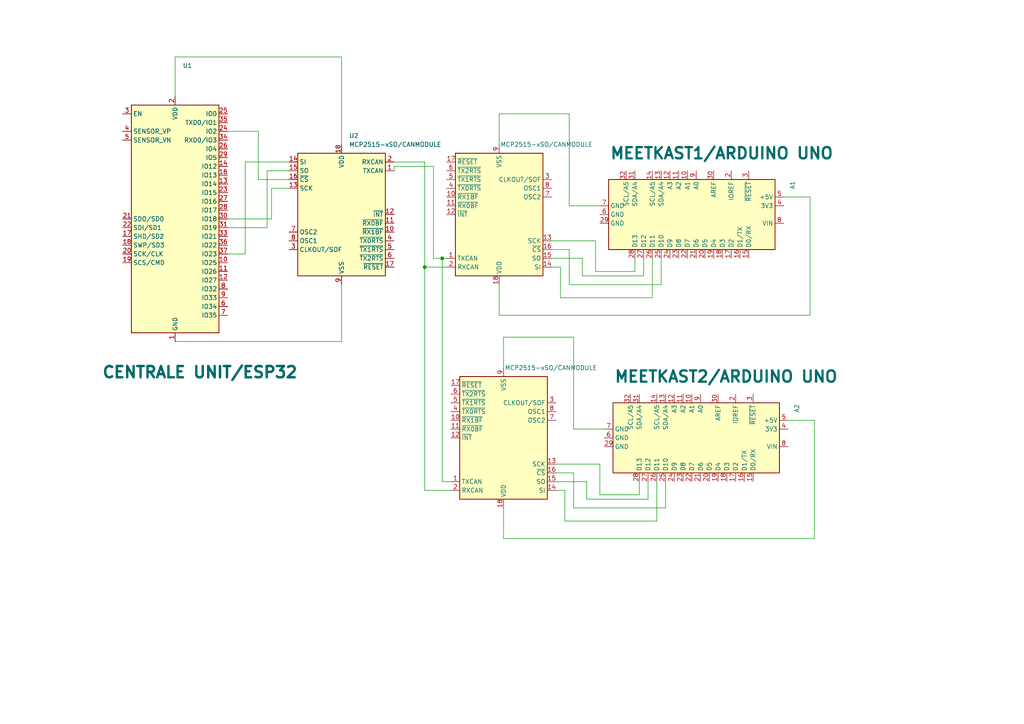
<source format=kicad_sch>
(kicad_sch (version 20230121) (generator eeschema)
  (paper "A4")
  (lib_symbols
    (symbol "Interface_CAN_LIN:MCP2515-xSO"
      (property "Reference" "U" (at -10.16 19.685 0))
      (property "Value" "MCP2515-xSO" (at 19.05 20.32 0))
      (symbol "MCP2515-xSO_0_1"
        (rectangle (start -12.7 17.78) (end 12.7 -17.78) (stroke (width 0.254)) (fill (type background)))
      )
      (symbol "MCP2515-xSO_1_1"
        (pin output line (at 15.24 12.7 180) (length 2.54) (name "TXCAN") (number "1"))
        (pin output line (at 15.24 -5.08 180) (length 2.54) (name "~{RX1BF}") (number "10"))
        (pin output line (at 15.24 -2.54 180) (length 2.54) (name "~{RX0BF}") (number "11"))
        (pin output line (at 15.24 0 180) (length 2.54) (name "~{INT}") (number "12"))
        (pin input line (at -15.24 7.62 0) (length 2.54) (name "SCK") (number "13"))
        (pin input line (at -15.24 15.24 0) (length 2.54) (name "SI") (number "14"))
        (pin output line (at -15.24 12.7 0) (length 2.54) (name "SO") (number "15"))
        (pin input line (at -15.24 10.16 0) (length 2.54) (name "~{CS}") (number "16"))
        (pin input line (at 15.24 -15.24 180) (length 2.54) (name "~{RESET}") (number "17"))
        (pin power_in line (at 0 20.32 270) (length 2.54) (name "VDD") (number "18"))
        (pin input line (at 15.24 15.24 180) (length 2.54) (name "RXCAN") (number "2"))
        (pin output line (at -15.24 -10.16 0) (length 2.54) (name "CLKOUT/SOF") (number "3"))
        (pin input line (at 15.24 -7.62 180) (length 2.54) (name "~{TX0RTS}") (number "4"))
        (pin input line (at 15.24 -10.16 180) (length 2.54) (name "~{TX1RTS}") (number "5"))
        (pin input line (at 15.24 -12.7 180) (length 2.54) (name "~{TX2RTS}") (number "6"))
        (pin output line (at -15.24 -5.08 0) (length 2.54) (name "OSC2") (number "7"))
        (pin input line (at -15.24 -7.62 0) (length 2.54) (name "OSC1") (number "8"))
        (pin power_in line (at 0 -20.32 90) (length 2.54) (name "VSS") (number "9"))
      )
    )
    (symbol "MCU_Module:Arduino_UNO_R3"
      (property "Reference" "A" (at -10.16 23.495 0))
      (property "Value" "Arduino_UNO_R3" (at 5.08 -26.67 0))
      (symbol "Arduino_UNO_R3_0_1"
        (rectangle (start -10.16 22.86) (end 10.16 -25.4) (stroke (width 0.254)) (fill (type background)))
      )
      (symbol "Arduino_UNO_R3_1_1"
        (pin no_connect line (at -10.16 -20.32 0) (length 2.54) hide (name "NC") (number "1"))
        (pin bidirectional line (at 12.7 -2.54 180) (length 2.54) (name "A1") (number "10"))
        (pin bidirectional line (at 12.7 -5.08 180) (length 2.54) (name "A2") (number "11"))
        (pin bidirectional line (at 12.7 -7.62 180) (length 2.54) (name "A3") (number "12"))
        (pin bidirectional line (at 12.7 -10.16 180) (length 2.54) (name "SDA/A4") (number "13"))
        (pin bidirectional line (at 12.7 -12.7 180) (length 2.54) (name "SCL/A5") (number "14"))
        (pin bidirectional line (at -12.7 15.24 0) (length 2.54) (name "D0/RX") (number "15"))
        (pin bidirectional line (at -12.7 12.7 0) (length 2.54) (name "D1/TX") (number "16"))
        (pin bidirectional line (at -12.7 10.16 0) (length 2.54) (name "D2") (number "17"))
        (pin bidirectional line (at -12.7 7.62 0) (length 2.54) (name "D3") (number "18"))
        (pin bidirectional line (at -12.7 5.08 0) (length 2.54) (name "D4") (number "19"))
        (pin output line (at 12.7 10.16 180) (length 2.54) (name "IOREF") (number "2"))
        (pin bidirectional line (at -12.7 2.54 0) (length 2.54) (name "D5") (number "20"))
        (pin bidirectional line (at -12.7 0 0) (length 2.54) (name "D6") (number "21"))
        (pin bidirectional line (at -12.7 -2.54 0) (length 2.54) (name "D7") (number "22"))
        (pin bidirectional line (at -12.7 -5.08 0) (length 2.54) (name "D8") (number "23"))
        (pin bidirectional line (at -12.7 -7.62 0) (length 2.54) (name "D9") (number "24"))
        (pin bidirectional line (at -12.7 -10.16 0) (length 2.54) (name "D10") (number "25"))
        (pin bidirectional line (at -12.7 -12.7 0) (length 2.54) (name "D11") (number "26"))
        (pin bidirectional line (at -12.7 -15.24 0) (length 2.54) (name "D12") (number "27"))
        (pin bidirectional line (at -12.7 -17.78 0) (length 2.54) (name "D13") (number "28"))
        (pin power_in line (at -2.54 -27.94 90) (length 2.54) (name "GND") (number "29"))
        (pin input line (at 12.7 15.24 180) (length 2.54) (name "~{RESET}") (number "3"))
        (pin input line (at 12.7 5.08 180) (length 2.54) (name "AREF") (number "30"))
        (pin bidirectional line (at 12.7 -17.78 180) (length 2.54) (name "SDA/A4") (number "31"))
        (pin bidirectional line (at 12.7 -20.32 180) (length 2.54) (name "SCL/A5") (number "32"))
        (pin power_out line (at 2.54 25.4 270) (length 2.54) (name "3V3") (number "4"))
        (pin power_out line (at 5.08 25.4 270) (length 2.54) (name "+5V") (number "5"))
        (pin power_in line (at 0 -27.94 90) (length 2.54) (name "GND") (number "6"))
        (pin power_in line (at 2.54 -27.94 90) (length 2.54) (name "GND") (number "7"))
        (pin power_in line (at -2.54 25.4 270) (length 2.54) (name "VIN") (number "8"))
        (pin bidirectional line (at 12.7 0 180) (length 2.54) (name "A0") (number "9"))
      )
    )
    (symbol "RF_Module:ESP32-WROOM-32"
      (property "Reference" "U" (at -12.7 34.29 0))
      (property "Value" "ESP32-WROOM-32" (at 1.27 34.29 0))
      (symbol "ESP32-WROOM-32_0_1"
        (rectangle (start -12.7 33.02) (end 12.7 -33.02) (stroke (width 0.254)) (fill (type background)))
      )
      (symbol "ESP32-WROOM-32_1_1"
        (pin power_in line (at 0 -35.56 90) (length 2.54) (name "GND") (number "1"))
        (pin bidirectional line (at 15.24 -12.7 180) (length 2.54) (name "IO25") (number "10"))
        (pin bidirectional line (at 15.24 -15.24 180) (length 2.54) (name "IO26") (number "11"))
        (pin bidirectional line (at 15.24 -17.78 180) (length 2.54) (name "IO27") (number "12"))
        (pin bidirectional line (at 15.24 10.16 180) (length 2.54) (name "IO14") (number "13"))
        (pin bidirectional line (at 15.24 15.24 180) (length 2.54) (name "IO12") (number "14"))
        (pin passive line (at 0 -35.56 90) (length 2.54) hide (name "GND") (number "15"))
        (pin bidirectional line (at 15.24 12.7 180) (length 2.54) (name "IO13") (number "16"))
        (pin bidirectional line (at -15.24 -5.08 0) (length 2.54) (name "SHD/SD2") (number "17"))
        (pin bidirectional line (at -15.24 -7.62 0) (length 2.54) (name "SWP/SD3") (number "18"))
        (pin bidirectional line (at -15.24 -12.7 0) (length 2.54) (name "SCS/CMD") (number "19"))
        (pin power_in line (at 0 35.56 270) (length 2.54) (name "VDD") (number "2"))
        (pin bidirectional line (at -15.24 -10.16 0) (length 2.54) (name "SCK/CLK") (number "20"))
        (pin bidirectional line (at -15.24 0 0) (length 2.54) (name "SDO/SD0") (number "21"))
        (pin bidirectional line (at -15.24 -2.54 0) (length 2.54) (name "SDI/SD1") (number "22"))
        (pin bidirectional line (at 15.24 7.62 180) (length 2.54) (name "IO15") (number "23"))
        (pin bidirectional line (at 15.24 25.4 180) (length 2.54) (name "IO2") (number "24"))
        (pin bidirectional line (at 15.24 30.48 180) (length 2.54) (name "IO0") (number "25"))
        (pin bidirectional line (at 15.24 20.32 180) (length 2.54) (name "IO4") (number "26"))
        (pin bidirectional line (at 15.24 5.08 180) (length 2.54) (name "IO16") (number "27"))
        (pin bidirectional line (at 15.24 2.54 180) (length 2.54) (name "IO17") (number "28"))
        (pin bidirectional line (at 15.24 17.78 180) (length 2.54) (name "IO5") (number "29"))
        (pin input line (at -15.24 30.48 0) (length 2.54) (name "EN") (number "3"))
        (pin bidirectional line (at 15.24 0 180) (length 2.54) (name "IO18") (number "30"))
        (pin bidirectional line (at 15.24 -2.54 180) (length 2.54) (name "IO19") (number "31"))
        (pin no_connect line (at -12.7 -27.94 0) (length 2.54) hide (name "NC") (number "32"))
        (pin bidirectional line (at 15.24 -5.08 180) (length 2.54) (name "IO21") (number "33"))
        (pin bidirectional line (at 15.24 22.86 180) (length 2.54) (name "RXD0/IO3") (number "34"))
        (pin bidirectional line (at 15.24 27.94 180) (length 2.54) (name "TXD0/IO1") (number "35"))
        (pin bidirectional line (at 15.24 -7.62 180) (length 2.54) (name "IO22") (number "36"))
        (pin bidirectional line (at 15.24 -10.16 180) (length 2.54) (name "IO23") (number "37"))
        (pin passive line (at 0 -35.56 90) (length 2.54) hide (name "GND") (number "38"))
        (pin passive line (at 0 -35.56 90) (length 2.54) hide (name "GND") (number "39"))
        (pin input line (at -15.24 25.4 0) (length 2.54) (name "SENSOR_VP") (number "4"))
        (pin input line (at -15.24 22.86 0) (length 2.54) (name "SENSOR_VN") (number "5"))
        (pin input line (at 15.24 -25.4 180) (length 2.54) (name "IO34") (number "6"))
        (pin input line (at 15.24 -27.94 180) (length 2.54) (name "IO35") (number "7"))
        (pin bidirectional line (at 15.24 -20.32 180) (length 2.54) (name "IO32") (number "8"))
        (pin bidirectional line (at 15.24 -22.86 180) (length 2.54) (name "IO33") (number "9"))
      )
    )
  )
  (junction (at 123.19 77.47))
  (junction (at 128.27 74.93))
  (wire (pts (xy 172.72 69.85) (xy 172.72 78.74)))
  (wire (pts (xy 234.95 91.44) (xy 234.95 57.15)))
  (wire (pts (xy 128.27 74.93) (xy 129.54 74.93)))
  (wire (pts (xy 172.72 78.74) (xy 184.15 78.74)))
  (wire (pts (xy 78.74 54.61) (xy 83.82 54.61)))
  (wire (pts (xy 50.8 99.06) (xy 99.06 99.06)))
  (wire (pts (xy 71.12 73.66) (xy 71.12 46.99)))
  (wire (pts (xy 165.1 82.55) (xy 191.77 82.55)))
  (wire (pts (xy 163.83 151.13) (xy 190.5 151.13)))
  (wire (pts (xy 74.93 38.1) (xy 74.93 52.07)))
  (wire (pts (xy 99.06 16.51) (xy 99.06 41.91)))
  (wire (pts (xy 161.29 134.62) (xy 173.99 134.62)))
  (wire (pts (xy 74.93 52.07) (xy 83.82 52.07)))
  (wire (pts (xy 125.73 74.93) (xy 125.73 48.26)))
  (wire (pts (xy 50.8 16.51) (xy 99.06 16.51)))
  (wire (pts (xy 146.05 97.79) (xy 166.37 97.79)))
  (wire (pts (xy 234.95 57.15) (xy 227.33 57.15)))
  (wire (pts (xy 173.99 143.51) (xy 185.42 143.51)))
  (wire (pts (xy 170.18 144.78) (xy 187.96 144.78)))
  (wire (pts (xy 161.29 139.7) (xy 170.18 139.7)))
  (wire (pts (xy 187.96 144.78) (xy 187.96 139.7)))
  (wire (pts (xy 144.78 91.44) (xy 234.95 91.44)))
  (wire (pts (xy 184.15 78.74) (xy 184.15 74.93)))
  (wire (pts (xy 166.37 137.16) (xy 166.37 147.32)))
  (wire (pts (xy 168.91 74.93) (xy 168.91 80.01)))
  (wire (pts (xy 162.56 77.47) (xy 162.56 86.36)))
  (wire (pts (xy 66.04 63.5) (xy 78.74 63.5)))
  (wire (pts (xy 125.73 74.93) (xy 128.27 74.93)))
  (wire (pts (xy 236.22 156.21) (xy 236.22 121.92)))
  (wire (pts (xy 130.81 139.7) (xy 128.27 139.7)))
  (wire (pts (xy 236.22 121.92) (xy 228.6 121.92)))
  (wire (pts (xy 191.77 74.93) (xy 191.77 82.55)))
  (wire (pts (xy 144.78 33.02) (xy 165.1 33.02)))
  (wire (pts (xy 71.12 46.99) (xy 83.82 46.99)))
  (wire (pts (xy 125.73 48.26) (xy 114.3 48.26)))
  (wire (pts (xy 166.37 97.79) (xy 166.37 124.46)))
  (wire (pts (xy 160.02 77.47) (xy 162.56 77.47)))
  (wire (pts (xy 50.8 27.94) (xy 50.8 16.51)))
  (wire (pts (xy 146.05 156.21) (xy 236.22 156.21)))
  (wire (pts (xy 165.1 72.39) (xy 165.1 82.55)))
  (wire (pts (xy 114.3 46.99) (xy 123.19 46.99)))
  (wire (pts (xy 77.47 49.53) (xy 83.82 49.53)))
  (wire (pts (xy 130.81 142.24) (xy 123.19 142.24)))
  (wire (pts (xy 123.19 77.47) (xy 123.19 142.24)))
  (wire (pts (xy 163.83 142.24) (xy 163.83 151.13)))
  (wire (pts (xy 166.37 124.46) (xy 175.26 124.46)))
  (wire (pts (xy 66.04 66.04) (xy 77.47 66.04)))
  (wire (pts (xy 99.06 99.06) (xy 99.06 82.55)))
  (wire (pts (xy 162.56 86.36) (xy 189.23 86.36)))
  (wire (pts (xy 170.18 139.7) (xy 170.18 144.78)))
  (wire (pts (xy 173.99 134.62) (xy 173.99 143.51)))
  (wire (pts (xy 146.05 147.32) (xy 146.05 156.21)))
  (wire (pts (xy 165.1 59.69) (xy 173.99 59.69)))
  (wire (pts (xy 77.47 66.04) (xy 77.47 49.53)))
  (wire (pts (xy 146.05 106.68) (xy 146.05 97.79)))
  (wire (pts (xy 160.02 74.93) (xy 168.91 74.93)))
  (wire (pts (xy 144.78 82.55) (xy 144.78 91.44)))
  (wire (pts (xy 166.37 147.32) (xy 193.04 147.32)))
  (wire (pts (xy 114.3 48.26) (xy 114.3 49.53)))
  (wire (pts (xy 190.5 151.13) (xy 190.5 139.7)))
  (wire (pts (xy 168.91 80.01) (xy 186.69 80.01)))
  (wire (pts (xy 66.04 73.66) (xy 71.12 73.66)))
  (wire (pts (xy 123.19 77.47) (xy 129.54 77.47)))
  (wire (pts (xy 161.29 137.16) (xy 166.37 137.16)))
  (wire (pts (xy 186.69 80.01) (xy 186.69 74.93)))
  (wire (pts (xy 185.42 143.51) (xy 185.42 139.7)))
  (wire (pts (xy 78.74 63.5) (xy 78.74 54.61)))
  (wire (pts (xy 193.04 139.7) (xy 193.04 147.32)))
  (wire (pts (xy 144.78 41.91) (xy 144.78 33.02)))
  (wire (pts (xy 123.19 46.99) (xy 123.19 77.47)))
  (wire (pts (xy 66.04 38.1) (xy 74.93 38.1)))
  (wire (pts (xy 128.27 139.7) (xy 128.27 74.93)))
  (wire (pts (xy 160.02 69.85) (xy 172.72 69.85)))
  (wire (pts (xy 161.29 142.24) (xy 163.83 142.24)))
  (wire (pts (xy 165.1 33.02) (xy 165.1 59.69)))
  (wire (pts (xy 160.02 72.39) (xy 165.1 72.39)))
  (wire (pts (xy 189.23 86.36) (xy 189.23 74.93)))
  (symbol (lib_id "MCU_Module:Arduino_UNO_R3") (at 203.2 127 270) (mirror x) (unit 1)
    (property "Reference" "A2" (at 231.14 119.7259 0) (effects (justify left)))
    (property "Value" "MEETKAST2/ARDUINO UNO" (at 177.8 109.22 90) (effects (font (size 3.27 3.27) bold) (justify left)))
    (property "Footprint" "Module:Arduino_UNO_R3" (effects hide))
    (property "Datasheet" "https://www.arduino.cc/en/Main/arduinoBoardUno" (effects hide))
  )
  (symbol (lib_id "Interface_CAN_LIN:MCP2515-xSO") (at 144.78 62.23 180) (unit 1)
    (property "Reference" "U3" (effects hide))
    (property "Value" "MCP2515-xSO/CANMODULE" (at 145.1259 41.91 0) (effects (justify right)))
    (property "Footprint" "Package_SO:SOIC-18W_7.5x11.6mm_P1.27mm" (effects hide))
    (property "Datasheet" "http://ww1.microchip.com/downloads/en/DeviceDoc/21801e.pdf" (effects hide))
  )
  (symbol (lib_id "Interface_CAN_LIN:MCP2515-xSO") (at 146.05 127 180) (unit 1)
    (property "Reference" "U4" (effects hide))
    (property "Value" "MCP2515-xSO/CANMODULE" (at 146.3959 106.68 0) (effects (justify right)))
    (property "Footprint" "Package_SO:SOIC-18W_7.5x11.6mm_P1.27mm" (effects hide))
    (property "Datasheet" "http://ww1.microchip.com/downloads/en/DeviceDoc/21801e.pdf" (effects hide))
  )
  (symbol (lib_id "Interface_CAN_LIN:MCP2515-xSO") (at 99.06 62.23 0) (unit 1)
    (property "Reference" "U2" (at 101.2541 39.37 0) (effects (justify left)))
    (property "Value" "MCP2515-xSO/CANMODULE" (at 101.2541 41.91 0) (effects (justify left)))
    (property "Footprint" "Package_SO:SOIC-18W_7.5x11.6mm_P1.27mm" (effects hide))
    (property "Datasheet" "http://ww1.microchip.com/downloads/en/DeviceDoc/21801e.pdf" (effects hide))
  )
  (symbol (lib_id "RF_Module:ESP32-WROOM-32") (at 50.8 63.5 0) (unit 1)
    (property "Reference" "U1" (at 52.9941 19.05 0) (effects (justify left)))
    (property "Value" "CENTRALE UNIT/ESP32" (at 29.21 107.95 0) (effects (font (size 3.27 3.27) bold) (justify left)))
    (property "Footprint" "RF_Module:ESP32-WROOM-32" (effects hide))
    (property "Datasheet" "https://www.espressif.com/sites/default/files/documentation/esp32-wroom-32_datasheet_en.pdf" (effects hide))
  )
  (symbol (lib_id "MCU_Module:Arduino_UNO_R3") (at 201.93 62.23 270) (mirror x) (unit 1)
    (property "Reference" "A1" (at 229.87 54.9559 0) (effects (justify left)))
    (property "Value" "MEETKAST1/ARDUINO UNO" (at 176.53 44.45 90) (effects (font (size 3.27 3.27) bold) (justify left)))
    (property "Footprint" "Module:Arduino_UNO_R3" (effects hide))
    (property "Datasheet" "https://www.arduino.cc/en/Main/arduinoBoardUno" (effects hide))
  )
)
</source>
